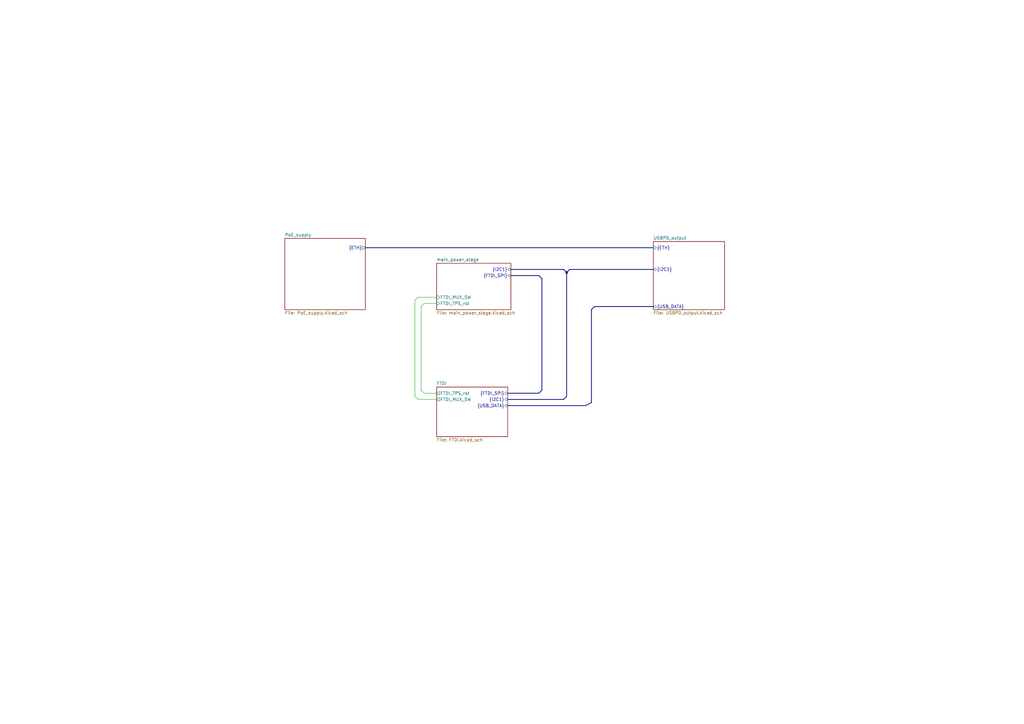
<source format=kicad_sch>
(kicad_sch (version 20230121) (generator eeschema)

  (uuid cf0d4429-3f03-449f-96a7-26d69371a46d)

  (paper "A3")

  (title_block
    (title "PoE to USBC PD adapter")
    (date "2024-07-08")
    (company "Antmicro ltd.")
  )
  (lib_symbols)

  (junction (at 232.41 111.76) (diameter 0) (color 0 0 0 0)
    (uuid 98767520-6bf8-4ecb-bc15-7ab8a90c591a)
  )

  (bus_alias "Buck_FB" (members "FB1" "FB2" "FB3" "FB4"))
  (bus_alias "CC" (members "CC1" "CC2"))
  (bus_alias "FLASH_SPI" (members "FLASH_SCK" "FLASH_SDO" "FLASH_SDI" "FLASH_CS"))
  (bus_alias "POE_PWR" (members "VC1" "VC2" "VC3" "VC4"))

  (bus (pts (xy 208.28 166.37) (xy 240.03 166.37))
    (stroke (width 0) (type default))
    (uuid 1189ed81-0143-46bb-bfee-bf003ee3d4b4)
  )
  (wire (pts (xy 173.99 124.46) (xy 179.07 124.46))
    (stroke (width 0) (type default))
    (uuid 15c27f5b-85e4-428f-8ca8-253438cd4d51)
  )
  (bus (pts (xy 243.84 125.73) (xy 242.57 127))
    (stroke (width 0) (type default))
    (uuid 184320f8-4faa-4c11-996d-5d792f66098b)
  )
  (wire (pts (xy 171.45 163.83) (xy 179.07 163.83))
    (stroke (width 0) (type default))
    (uuid 1c6f2ac2-141e-499e-9c48-c1f3e38ab23f)
  )
  (bus (pts (xy 149.86 101.6) (xy 267.97 101.6))
    (stroke (width 0) (type default))
    (uuid 1efd5521-4098-4538-b6d8-98180a0882f1)
  )
  (bus (pts (xy 243.84 125.73) (xy 267.97 125.73))
    (stroke (width 0) (type default))
    (uuid 204815f3-96b9-40a5-b418-b2675260317c)
  )
  (bus (pts (xy 240.03 166.37) (xy 242.57 165.1))
    (stroke (width 0) (type default))
    (uuid 27dae751-6591-4953-961d-0f6ab4c1ba23)
  )
  (wire (pts (xy 172.72 125.73) (xy 173.99 124.46))
    (stroke (width 0) (type default))
    (uuid 28f29866-c635-4c2e-8497-a3479860b07a)
  )
  (wire (pts (xy 171.45 163.83) (xy 170.18 162.56))
    (stroke (width 0) (type default))
    (uuid 304a9711-9ed6-46ff-af19-b80d94e9df60)
  )
  (wire (pts (xy 170.18 123.19) (xy 170.18 162.56))
    (stroke (width 0) (type default))
    (uuid 322037c2-dbfc-403f-9dc3-ca52b52674d7)
  )
  (bus (pts (xy 220.98 161.29) (xy 222.25 160.02))
    (stroke (width 0) (type default))
    (uuid 52f1a357-fb78-4863-8d1b-4759dee312a0)
  )
  (wire (pts (xy 173.99 161.29) (xy 179.07 161.29))
    (stroke (width 0) (type default))
    (uuid 57a9c435-b0e9-494a-a40c-715e9b7e61e1)
  )
  (wire (pts (xy 172.72 125.73) (xy 172.72 160.02))
    (stroke (width 0) (type default))
    (uuid 63b085dd-1d0c-4237-b19c-85885dd242c6)
  )
  (bus (pts (xy 242.57 165.1) (xy 242.57 127))
    (stroke (width 0) (type default))
    (uuid 681c3cf2-f986-4a01-b771-fd0c7772d058)
  )
  (bus (pts (xy 232.41 111.76) (xy 232.41 162.56))
    (stroke (width 0) (type default))
    (uuid 7886fda1-0c5a-4c52-add3-767b92deb767)
  )
  (wire (pts (xy 173.99 161.29) (xy 172.72 160.02))
    (stroke (width 0) (type default))
    (uuid 7c77e94c-ab54-46d6-bd53-e8b3943496ae)
  )
  (bus (pts (xy 231.14 163.83) (xy 232.41 162.56))
    (stroke (width 0) (type default))
    (uuid add61137-2d87-463a-aa4d-a961ed4fd837)
  )
  (bus (pts (xy 232.41 111.76) (xy 233.68 110.49))
    (stroke (width 0) (type default))
    (uuid b4a43bc1-c794-4429-a07c-03d8b456bdf4)
  )
  (bus (pts (xy 208.28 161.29) (xy 220.98 161.29))
    (stroke (width 0) (type default))
    (uuid b588aef9-58cf-4157-9a1a-fe23656c8b5f)
  )
  (wire (pts (xy 170.18 123.19) (xy 171.45 121.92))
    (stroke (width 0) (type default))
    (uuid c13726c2-7081-4acb-a93d-80a83cbeeb54)
  )
  (wire (pts (xy 171.45 121.92) (xy 179.07 121.92))
    (stroke (width 0) (type default))
    (uuid d9f4d93d-5d89-4eb1-8efa-dee129eee856)
  )
  (bus (pts (xy 220.98 113.03) (xy 222.25 114.3))
    (stroke (width 0) (type default))
    (uuid dbaee281-94bb-4513-9b27-fac2ffb45b75)
  )
  (bus (pts (xy 208.28 163.83) (xy 231.14 163.83))
    (stroke (width 0) (type default))
    (uuid dbe6b067-bd8e-4d6f-945f-05fbba9bfe9c)
  )
  (bus (pts (xy 233.68 110.49) (xy 267.97 110.49))
    (stroke (width 0) (type default))
    (uuid e465a5ab-9c18-4478-9f83-2e64817d4f2d)
  )
  (bus (pts (xy 209.55 110.49) (xy 231.14 110.49))
    (stroke (width 0) (type default))
    (uuid eb1bb720-190b-42d6-a4b1-b04132fd081e)
  )
  (bus (pts (xy 222.25 114.3) (xy 222.25 160.02))
    (stroke (width 0) (type default))
    (uuid f162aa0a-7c09-494d-8c0a-480cfbf9604b)
  )
  (bus (pts (xy 232.41 111.76) (xy 231.14 110.49))
    (stroke (width 0) (type default))
    (uuid f16fb156-ec71-4240-9b2b-d2f8b7ca89c0)
  )
  (bus (pts (xy 209.55 113.03) (xy 220.98 113.03))
    (stroke (width 0) (type default))
    (uuid f8eb7bf8-e782-470a-ad9c-4b91908d6a8d)
  )

  (sheet (at 179.07 107.95) (size 30.48 19.05) (fields_autoplaced)
    (stroke (width 0.1524) (type solid))
    (fill (color 0 0 0 0.0000))
    (uuid 47a421e3-70a1-4c86-94f4-557263ac6525)
    (property "Sheetname" "main_power_stage" (at 179.07 107.2384 0)
      (effects (font (size 1.27 1.27)) (justify left bottom))
    )
    (property "Sheetfile" "main_power_stage.kicad_sch" (at 179.07 127.5846 0)
      (effects (font (size 1.27 1.27)) (justify left top))
    )
    (pin "FTDI_TPS_rst" input (at 179.07 124.46 180)
      (effects (font (size 1.27 1.27)) (justify left))
      (uuid f86ec95e-0c45-4348-93e4-254c0074ec97)
    )
    (pin "{I2C1}" bidirectional (at 209.55 110.49 0)
      (effects (font (size 1.27 1.27)) (justify right))
      (uuid 1f66cb18-d25c-404c-ac57-0222660b370e)
    )
    (pin "FTDI_MUX_SW" input (at 179.07 121.92 180)
      (effects (font (size 1.27 1.27)) (justify left))
      (uuid 137a0b52-3a9e-4e1a-bfe4-017a8a51981d)
    )
    (pin "{FTDI_SPI}" bidirectional (at 209.55 113.03 0)
      (effects (font (size 1.27 1.27)) (justify right))
      (uuid d1a82792-5bd7-4c51-abf9-ccb6fa57a1ac)
    )
    (instances
      (project "antmicro-poe-to-usbc-pd-adapter"
        (path "/cf0d4429-3f03-449f-96a7-26d69371a46d" (page "10"))
      )
    )
  )

  (sheet (at 267.97 99.06) (size 29.21 27.94) (fields_autoplaced)
    (stroke (width 0.1524) (type solid))
    (fill (color 0 0 0 0.0000))
    (uuid 71fd6a9f-e91f-4e27-909c-676c68ed5a18)
    (property "Sheetname" "USBPD_output" (at 267.97 98.3484 0)
      (effects (font (size 1.27 1.27)) (justify left bottom))
    )
    (property "Sheetfile" "USBPD_output.kicad_sch" (at 267.97 127.5846 0)
      (effects (font (size 1.27 1.27)) (justify left top))
    )
    (pin "{USB_DATA}" bidirectional (at 267.97 125.73 180)
      (effects (font (size 1.27 1.27)) (justify left))
      (uuid 92144ae1-1ca8-4d17-b3e3-5d561ef308c8)
    )
    (pin "{I2C1}" bidirectional (at 267.97 110.49 180)
      (effects (font (size 1.27 1.27)) (justify left))
      (uuid d2899c1e-3c0b-4476-9711-59d4e3d3f78c)
    )
    (pin "{ETH}" input (at 267.97 101.6 180)
      (effects (font (size 1.27 1.27)) (justify left))
      (uuid 52796999-731a-411a-ace6-25eddf102d9a)
    )
    (instances
      (project "antmicro-poe-to-usbc-pd-adapter"
        (path "/cf0d4429-3f03-449f-96a7-26d69371a46d" (page "10"))
      )
    )
  )

  (sheet (at 179.07 158.75) (size 29.21 20.32) (fields_autoplaced)
    (stroke (width 0.1524) (type solid))
    (fill (color 0 0 0 0.0000))
    (uuid 98d3ed26-c38f-44c2-bf71-21a6795da06e)
    (property "Sheetname" "FTDI" (at 179.07 158.0384 0)
      (effects (font (size 1.27 1.27)) (justify left bottom))
    )
    (property "Sheetfile" "FTDI.kicad_sch" (at 179.07 179.6546 0)
      (effects (font (size 1.27 1.27)) (justify left top))
    )
    (pin "{USB_DATA}" bidirectional (at 208.28 166.37 0)
      (effects (font (size 1.27 1.27)) (justify right))
      (uuid 9ed6533b-0ae2-416a-ab40-42f8c08e2ca9)
    )
    (pin "{FTDI_SPI}" bidirectional (at 208.28 161.29 0)
      (effects (font (size 1.27 1.27)) (justify right))
      (uuid 9349ef25-6351-453f-a1eb-dc5bc1c16ce6)
    )
    (pin "FTDI_MUX_SW" output (at 179.07 163.83 180)
      (effects (font (size 1.27 1.27)) (justify left))
      (uuid bc456dcb-7f70-4099-aacd-5cc76a2d14da)
    )
    (pin "FTDI_TPS_rst" output (at 179.07 161.29 180)
      (effects (font (size 1.27 1.27)) (justify left))
      (uuid 604c6220-7b62-45d2-8098-32014e58b9e6)
    )
    (pin "{I2C1}" bidirectional (at 208.28 163.83 0)
      (effects (font (size 1.27 1.27)) (justify right))
      (uuid 456bbd2f-16b7-4d17-8265-0c29043d47ad)
    )
    (instances
      (project "antmicro-poe-to-usbc-pd-adapter"
        (path "/cf0d4429-3f03-449f-96a7-26d69371a46d" (page "5"))
      )
    )
  )

  (sheet (at 116.84 97.79) (size 33.02 29.21) (fields_autoplaced)
    (stroke (width 0.1524) (type solid))
    (fill (color 0 0 0 0.0000))
    (uuid a2b30c81-e263-4971-9235-45a28ceb7112)
    (property "Sheetname" "PoE_supply" (at 116.84 97.0784 0)
      (effects (font (size 1.27 1.27)) (justify left bottom))
    )
    (property "Sheetfile" "PoE_supply.kicad_sch" (at 116.84 127.5846 0)
      (effects (font (size 1.27 1.27)) (justify left top))
    )
    (pin "{ETH}" output (at 149.86 101.6 0)
      (effects (font (size 1.27 1.27)) (justify right))
      (uuid 65f01805-e71e-4c14-bf7c-088d3714f13b)
    )
    (instances
      (project "antmicro-poe-to-usbc-pd-adapter"
        (path "/cf0d4429-3f03-449f-96a7-26d69371a46d" (page "8"))
      )
    )
  )

  (sheet_instances
    (path "/" (page "1"))
  )
)

</source>
